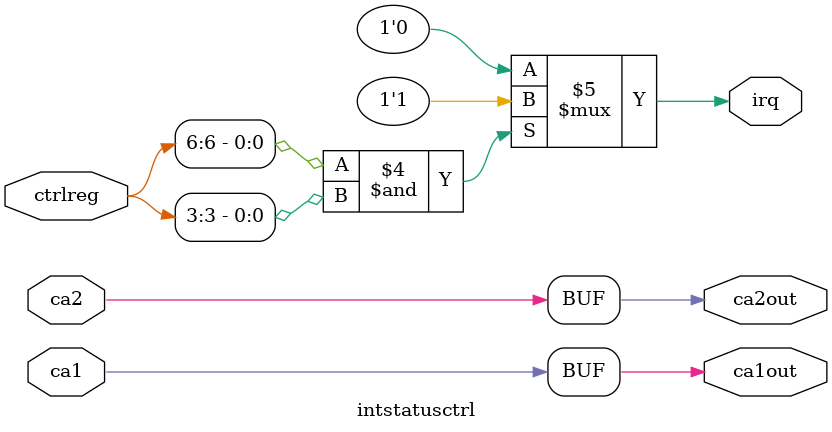
<source format=v>
	module intstatusctrl(
		input[7:0] ctrlreg,
		input ca1,
		inout ca2,
		output reg irq,
		output ca1out,ca2out);

	assign ca1out = ca1;
	assign ca2out = ca2;

	always@(*)
	begin
		irq = (ctrlreg[7] & ctrlreg[0]) ? 1'b1 : 1'b0;
		irq = (ctrlreg[6] & ctrlreg[3]) ? 1'b1 : 1'b0;
	end
	endmodule

</source>
